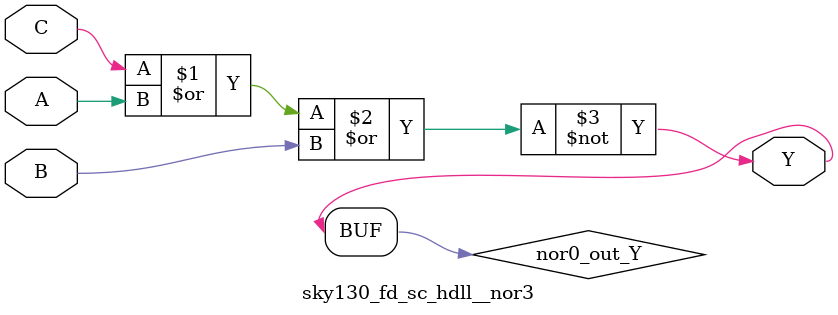
<source format=v>
module sky130_fd_sc_hdll__nor3 (
    Y,
    A,
    B,
    C
);

    output Y;
    input  A;
    input  B;
    input  C;

    wire nor0_out_Y;

    nor nor0 (nor0_out_Y, C, A, B        );
    buf buf0 (Y         , nor0_out_Y     );

endmodule

</source>
